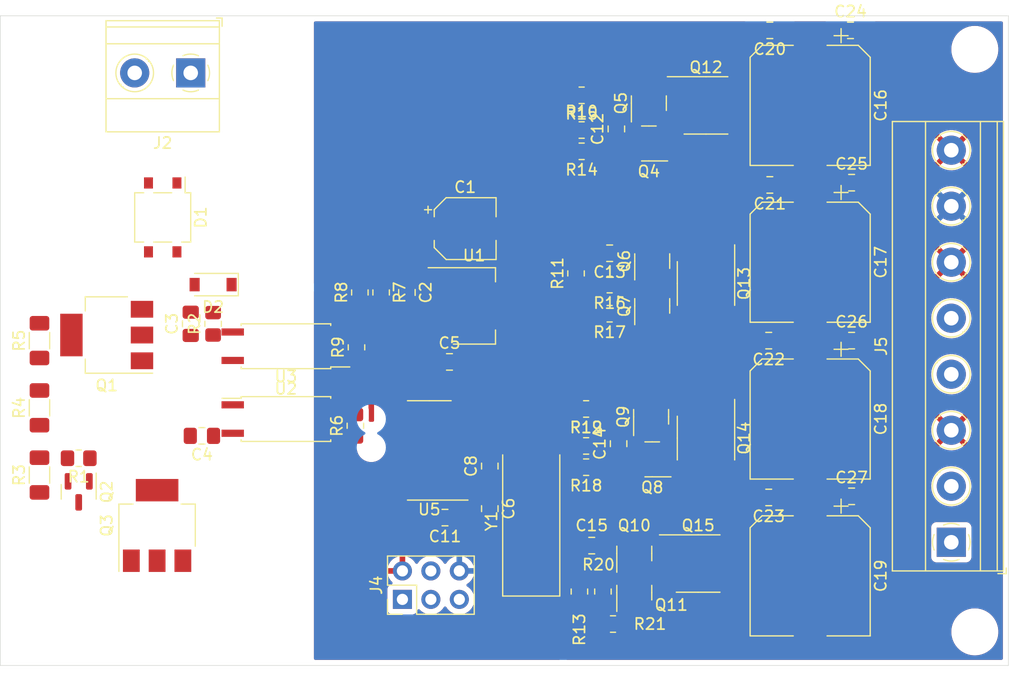
<source format=kicad_pcb>
(kicad_pcb (version 20211014) (generator pcbnew)

  (general
    (thickness 1.6)
  )

  (paper "A4")
  (layers
    (0 "F.Cu" signal)
    (31 "B.Cu" signal)
    (32 "B.Adhes" user "B.Adhesive")
    (33 "F.Adhes" user "F.Adhesive")
    (34 "B.Paste" user)
    (35 "F.Paste" user)
    (36 "B.SilkS" user "B.Silkscreen")
    (37 "F.SilkS" user "F.Silkscreen")
    (38 "B.Mask" user)
    (39 "F.Mask" user)
    (40 "Dwgs.User" user "User.Drawings")
    (41 "Cmts.User" user "User.Comments")
    (42 "Eco1.User" user "User.Eco1")
    (43 "Eco2.User" user "User.Eco2")
    (44 "Edge.Cuts" user)
    (45 "Margin" user)
    (46 "B.CrtYd" user "B.Courtyard")
    (47 "F.CrtYd" user "F.Courtyard")
    (48 "B.Fab" user)
    (49 "F.Fab" user)
  )

  (setup
    (pad_to_mask_clearance 0)
    (pcbplotparams
      (layerselection 0x00010fc_ffffffff)
      (disableapertmacros false)
      (usegerberextensions false)
      (usegerberattributes true)
      (usegerberadvancedattributes true)
      (creategerberjobfile true)
      (svguseinch false)
      (svgprecision 6)
      (excludeedgelayer true)
      (plotframeref false)
      (viasonmask false)
      (mode 1)
      (useauxorigin false)
      (hpglpennumber 1)
      (hpglpenspeed 20)
      (hpglpendiameter 15.000000)
      (dxfpolygonmode true)
      (dxfimperialunits true)
      (dxfusepcbnewfont true)
      (psnegative false)
      (psa4output false)
      (plotreference true)
      (plotvalue true)
      (plotinvisibletext false)
      (sketchpadsonfab false)
      (subtractmaskfromsilk false)
      (outputformat 1)
      (mirror false)
      (drillshape 1)
      (scaleselection 1)
      (outputdirectory "")
    )
  )

  (net 0 "")
  (net 1 "GND")
  (net 2 "+24V")
  (net 3 "+5V")
  (net 4 "/~{RESET}")
  (net 5 "Net-(Q2-Pad3)")
  (net 6 "Net-(D1-Pad1)")
  (net 7 "Net-(Q2-Pad1)")
  (net 8 "Net-(Q12-Pad4)")
  (net 9 "Net-(Q13-Pad4)")
  (net 10 "Net-(Q14-Pad4)")
  (net 11 "Net-(Q10-Pad2)")
  (net 12 "Net-(C4-Pad1)")
  (net 13 "/RXD")
  (net 14 "Net-(R9-Pad2)")
  (net 15 "Net-(C3-Pad1)")
  (net 16 "/LED_C")
  (net 17 "/LED_A")
  (net 18 "/LED_B")
  (net 19 "/VIN_SENSE")
  (net 20 "/LED_D")
  (net 21 "/TXD")
  (net 22 "Net-(D1-Pad2)")
  (net 23 "-VSW")
  (net 24 "+VSW")
  (net 25 "Net-(Q4-Pad1)")
  (net 26 "Net-(Q5-Pad1)")
  (net 27 "Net-(Q6-Pad1)")
  (net 28 "Net-(Q7-Pad1)")
  (net 29 "Net-(Q8-Pad1)")
  (net 30 "Net-(Q9-Pad1)")
  (net 31 "Net-(Q10-Pad1)")
  (net 32 "Net-(Q11-Pad1)")
  (net 33 "Net-(R3-Pad2)")
  (net 34 "Net-(R4-Pad2)")
  (net 35 "Net-(Q3-Pad2)")
  (net 36 "/RAIL_D")
  (net 37 "/RAIL_C")
  (net 38 "/RAIL_B")
  (net 39 "/RAIL_A")
  (net 40 "Net-(C8-Pad1)")
  (net 41 "Net-(C6-Pad1)")
  (net 42 "/SCK")
  (net 43 "/DALI_SENSE")

  (footprint "Capacitor_SMD:C_0805_2012Metric_Pad1.18x1.45mm_HandSolder" (layer "F.Cu") (at 151.3 68.2 -90))

  (footprint "Capacitor_SMD:C_0805_2012Metric_Pad1.18x1.45mm_HandSolder" (layer "F.Cu") (at 155.1 74.4))

  (footprint "Package_SO:SOIC-8_3.9x4.9mm_P1.27mm" (layer "F.Cu") (at 178 51.5))

  (footprint "Package_SO:SOIC-8_3.9x4.9mm_P1.27mm" (layer "F.Cu") (at 178 67.4 -90))

  (footprint "Package_SO:SOIC-8_3.9x4.9mm_P1.27mm" (layer "F.Cu") (at 178 81.2 -90))

  (footprint "Package_SO:SOIC-8_3.9x4.9mm_P1.27mm" (layer "F.Cu") (at 177.3 92.4))

  (footprint "Package_TO_SOT_SMD:SOT-223-3_TabPin2" (layer "F.Cu") (at 157.3 69.4))

  (footprint "Capacitor_SMD:CP_Elec_5x5.3" (layer "F.Cu") (at 156.5 62.5))

  (footprint "Capacitor_SMD:C_0805_2012Metric_Pad1.18x1.45mm_HandSolder" (layer "F.Cu") (at 132 71 90))

  (footprint "Capacitor_SMD:C_0805_2012Metric_Pad1.18x1.45mm_HandSolder" (layer "F.Cu") (at 133 81 180))

  (footprint "Capacitor_SMD:C_0805_2012Metric_Pad1.18x1.45mm_HandSolder" (layer "F.Cu") (at 170 53.6 90))

  (footprint "Capacitor_SMD:C_0805_2012Metric_Pad1.18x1.45mm_HandSolder" (layer "F.Cu") (at 170.2 81.7 90))

  (footprint "Capacitor_SMD:C_0805_2012Metric_Pad1.18x1.45mm_HandSolder" (layer "F.Cu") (at 167.8 90.8 180))

  (footprint "Capacitor_SMD:CP_Elec_10x10.5" (layer "F.Cu") (at 187.3 65.5 -90))

  (footprint "Capacitor_SMD:CP_Elec_10x10.5" (layer "F.Cu") (at 187.3 79.5 -90))

  (footprint "Capacitor_SMD:CP_Elec_10x10.5" (layer "F.Cu") (at 187.3 93.5 -90))

  (footprint "Package_TO_SOT_SMD:SOT-23" (layer "F.Cu") (at 172.9 54.9 180))

  (footprint "Package_TO_SOT_SMD:SOT-23" (layer "F.Cu") (at 172.9 51.3 90))

  (footprint "Package_TO_SOT_SMD:SOT-23" (layer "F.Cu") (at 173.2 69.4 90))

  (footprint "Package_TO_SOT_SMD:SOT-23" (layer "F.Cu") (at 173.2 83.1 180))

  (footprint "Package_TO_SOT_SMD:SOT-23" (layer "F.Cu") (at 173.1 79.3 90))

  (footprint "Package_TO_SOT_SMD:SOT-23" (layer "F.Cu") (at 171.6 95 90))

  (footprint "Resistor_SMD:R_0805_2012Metric_Pad1.20x1.40mm_HandSolder" (layer "F.Cu") (at 122 83 180))

  (footprint "Resistor_SMD:R_0805_2012Metric_Pad1.20x1.40mm_HandSolder" (layer "F.Cu") (at 134 71 90))

  (footprint "Resistor_SMD:R_1206_3216Metric_Pad1.30x1.75mm_HandSolder" (layer "F.Cu") (at 118.5 84.5 90))

  (footprint "Resistor_SMD:R_1206_3216Metric_Pad1.30x1.75mm_HandSolder" (layer "F.Cu") (at 118.5 78.5 90))

  (footprint "Resistor_SMD:R_1206_3216Metric_Pad1.30x1.75mm_HandSolder" (layer "F.Cu") (at 118.5 72.5 90))

  (footprint "Resistor_SMD:R_0805_2012Metric_Pad1.20x1.40mm_HandSolder" (layer "F.Cu") (at 146.7 80.1 90))

  (footprint "Resistor_SMD:R_0805_2012Metric_Pad1.20x1.40mm_HandSolder" (layer "F.Cu") (at 146.8 73.1 90))

  (footprint "Resistor_SMD:R_0805_2012Metric_Pad1.20x1.40mm_HandSolder" (layer "F.Cu") (at 166.9 53.7))

  (footprint "Resistor_SMD:R_0805_2012Metric_Pad1.20x1.40mm_HandSolder" (layer "F.Cu") (at 166.4 66.5 90))

  (footprint "Resistor_SMD:R_0805_2012Metric_Pad1.20x1.40mm_HandSolder" (layer "F.Cu") (at 167.3 81.9))

  (footprint "Resistor_SMD:R_0805_2012Metric_Pad1.20x1.40mm_HandSolder" (layer "F.Cu") (at 166.7 94.9 90))

  (footprint "Resistor_SMD:R_0805_2012Metric_Pad1.20x1.40mm_HandSolder" (layer "F.Cu") (at 166.9 55.6 180))

  (footprint "Resistor_SMD:R_0805_2012Metric_Pad1.20x1.40mm_HandSolder" (layer "F.Cu") (at 166.9 50.6 180))

  (footprint "Resistor_SMD:R_0805_2012Metric_Pad1.20x1.40mm_HandSolder" (layer "F.Cu") (at 169.4 67.5 180))

  (footprint "Resistor_SMD:R_0805_2012Metric_Pad1.20x1.40mm_HandSolder" (layer "F.Cu") (at 169.4 70.1 180))

  (footprint "Resistor_SMD:R_0805_2012Metric_Pad1.20x1.40mm_HandSolder" (layer "F.Cu") (at 167.3 83.8 180))

  (footprint "Resistor_SMD:R_0805_2012Metric_Pad1.20x1.40mm_HandSolder" (layer "F.Cu") (at 167.3 78.6 180))

  (footprint "Resistor_SMD:R_0805_2012Metric_Pad1.20x1.40mm_HandSolder" (layer "F.Cu") (at 168.8 94.9 -90))

  (footprint "Resistor_SMD:R_0805_2012Metric_Pad1.20x1.40mm_HandSolder" (layer "F.Cu") (at 169.7 97.8 180))

  (footprint "Capacitor_SMD:CP_Elec_10x10.5" (layer "F.Cu") (at 187.3 51.5 -90))

  (footprint "Diode_SMD:D_SOD-123" (layer "F.Cu") (at 134 67.5 180))

  (footprint "Package_TO_SOT_SMD:SOT-223-3_TabPin2" (layer "F.Cu") (at 124.5 72 180))

  (footprint "Package_TO_SOT_SMD:SOT-223-3_TabPin2" (layer "F.Cu") (at 129 89 90))

  (footprint "TerminalBlock_Phoenix:TerminalBlock_Phoenix_MKDS-1,5-2_1x02_P5.00mm_Horizontal" (layer "F.Cu") (at 132 48.6 180))

  (footprint "Package_TO_SOT_SMD:TO-269AA" (layer "F.Cu") (at 129.5 61.5 -90))

  (footprint "Package_TO_SOT_SMD:SOT-23" (layer "F.Cu") (at 122 86 -90))

  (footprint "Package_SO:SO-4_7.6x3.6mm_P2.54mm" (layer "F.Cu") (at 140.5 79.5))

  (footprint "Package_SO:SO-4_7.6x3.6mm_P2.54mm" (layer "F.Cu") (at 140.5 73 180))

  (footprint "MountingHole:MountingHole_3.2mm_M3_ISO14580" (layer "F.Cu") (at 118 46.5))

  (footprint "MountingHole:MountingHole_3.2mm_M3_ISO14580" (layer "F.Cu") (at 118 98.5))

  (footprint "MountingHole:MountingHole_3.2mm_M3_ISO14580" (layer "F.Cu") (at 202 46.5))

  (footprint "MountingHole:MountingHole_3.2mm_M3_ISO14580" (layer "F.Cu") (at 202 98.5))

  (footprint "TerminalBlock_Phoenix:TerminalBlock_Phoenix_MKDS-1,5-8_1x08_P5.00mm_Horizontal" (layer "F.Cu")
    (tedit 5B294EEA) (tstamp 00000000-0000-0000-0000-000061e99c1c)
    (at 199.9 90.5 90)
    (descr "Terminal Block Phoenix MKDS-1,5-8, 8 pins, pitch 5mm, size 40x9.8mm^2, drill diamater 1.3mm, pad diameter 2.6mm, see http://www.farnell.com/datasheets/100425.pdf, script-generated using https://github.com/pointhi/kicad-footprint-generator/scripts/TerminalBlock_Phoenix")
    (tags "THT Terminal Block Phoenix MKDS-1,5-8 pitch 5mm size 40x9.8mm^2 drill 1.3mm pad 2.6mm")
    (property "Sheetfile" "ledstrip.kicad_sch")
    (property "Sheetname" "")
    (path "/00000000-0000-0000-0000-00006234747f")
    (attr through_hole)
    (fp_text reference "J5" (at 17.5 -6.26 90) (layer "F.SilkS")
      (effects (font (size 1 1) (thickness 0.15)))
      (tstamp 41b6896b-7834-46a7-9e15-9ec773fe130e)
    )
    (fp_text value "POWER" (at 17.5 5.66 90) (layer "F.Fab")
      (effects (font (size 1 1) (thickness 0.15)))
      (tstamp 3fdb8b37-5c84-4678-b7aa-c5ca5643fe27)
    )
    (fp_text user "${REFERENCE}" (at 17.5 3.2 90) (layer "F.Fab")
      (effects (font (size 1 1) (thickness 0.15)))
      (tstamp c3931e38-18de-4218-86f5-56ae231a9af8)
    )
    (fp_line (start 36.275 -1.069) (end 36.228 -1.023) (layer "F.SilkS") (width 0.12) (tstamp 043a0517-8a79-4497-a532-01805cb5733b))
    (fp_line (start 11.07 -1.275) (end 11.035 -1.239) (layer "F.SilkS") (width 0.12) (tstamp 0dd48be1-6948-4a28-a6fd-99b3c83dcb6c))
    (fp_line (start 6.275 -1.069) (end 6.228 -1.023) (layer "F.SilkS") (width 0.12) (tstamp 1a48d06f-9c43-4af7-9175-fea79aa0f533))
    (fp_line (start -2.56 -5.261) (end -2.56 4.66) (layer "F.SilkS") (width 0.12) (tstamp 20a56dd1-eb7a-40e3-80a2-6c561c1cd896))
    (fp_line (start 3.773 1.023) (end 3.726 1.069) (layer "F.SilkS") (width 0.12) (tstamp 23276c1a-c27e-4c22-b957-65875d21a92e))
    (fp_line (start 16.07 -1.275) (end 16.035 -1.239) (layer "F.SilkS") (width 0.12) (tstamp 23822a49-b414-4ae4-beba-afe1b9950971))
    (fp_line (start 26.275 -1.069) (end 26.228 -1.023) (layer "F.SilkS") (width 0.12) (tstamp 31db6560-33f6-4d60-8fd5-e8ea682c3869))
    (fp_line (start 18.773 1.023) (end 18.726 1.069) (layer "F.SilkS") (width 0.12) (tstamp 3f6d7945-c69c-4ccc-8980-4b2f1e798c73))
    (fp_line (start 31.275 -1.069) (end 31.228 -1.023) (layer "F.SilkS") (width 0.12) (tstamp 3fdf4881-eb94-46c7-93cf-7eacae5ea289))
    (fp_line (start 23.966 1.239) (end 23.931 1.274) (layer "F.SilkS") (width 0.12) (tstamp 46a31dfc-2c08-4b5e-9aff-fa39681593ad))
    (fp_line (start 13.966 1.239) (end 13.931 1.274) (layer "F.SilkS") (width 0.12) (tstamp 4757a77d-983c-403e-8cbc-9a42805f0326))
    (fp_line (start 37.56 -5.261) (end 37.56 4.66) (layer "F.SilkS") (width 0.12) (tstamp 496f1d31-b7be-4c0b-a7c7-e5769f66b7db))
    (fp_line (start 28.773 1.023) (end 28.726 1.069) (layer "F.SilkS") (width 0.12) (tstamp 52bf5f1e-b0b0-45c5-a9cc-30fb48e7f10a))
    (fp_line (start 3.966 1.239) (end 3.931 1.274) (layer "F.SilkS") (width 0.12) (tstamp 55288e62-4920-4506-89f1-a3763bbc2547))
    (fp_line (start 11.275 -1.069) (end 11.228 -1.023) (layer "F.SilkS") (width 0.12) (tstamp 6204aaef-8698-4cb8-b209-0b6b8c7c5595))
    (fp_line (start 8.773 1.023) (end 8.726 1.069) (layer "F.SilkS") (width 0.12) (tstamp 642e3393-29de-4b80-bfb9-2df2e74e8752))
    (fp_line (start -2.56 4.1) (end 37.56 4.1) (layer "F.SilkS") (width 0.12) (tstamp 6c1a5e0a-e75b-406e-84f3-a24a1fb753a7))
    (fp_line (start 31.07 -1.275) (end 31.035 -1.239) (layer "F.SilkS") (width 0.12) (tstamp 6ece7f4a-3bf1-46c8-b2e1-484df139e82f))
    (fp_line (start 18.966 1.239) (end 18.931 1.274) (layer "F.SilkS") (width 0.12) (tstamp 71516f60-5d80-403f-a75b-006826140db9))
    (fp_line (start 26.07 -1.275) (end 26.035 -1.239) (layer "F.SilkS") (width 0.12) (tstamp 84455c85-54fb-4eaa-84cb-e5b72a679342))
    (fp_line (start 8.966 1.239) (end 8.931 1.274) (layer "F.SilkS") (width 0.12) (tstamp 96a59616-a677-45a0-826e-1244dd423a19))
    (fp_line (start -2.56 2.6) (end 37.56 2.6) (layer "F.SilkS") (width 0.12) (tstamp 972eb069-8d6d-41f6-83d3-1d7e45627208))
    (fp_line (start 16.275 -1.069) (end 16.228 -1.023) (layer "F.SilkS") (width 0.12) (tstamp 9ce7ce0c-35df-4a92-a03b-cfac6dcf0d1f))
    (fp_line (start 23.773 1.023) (end 23.726 1.069) (layer "F.SilkS") (width 0.12) (tstamp a15f3e1b-44e8-4fe9-bf83-372eabe63093))
    (fp_line (start 33.966 1.239) (end 33.931 1.274) (layer "F.SilkS") (width 0.12) (tstamp a16405e8-7c44-417b-9db2-be79cf49555f))
    (fp_line (start 21.275 -1.069) (end 21.228 -1.023) (layer "F.SilkS") (width 0.12) (tstamp a2576def-1714-4866-8be6-2318dc986e12))
    (fp_line (start 36.07 -1.275) (end 36.035 -1.239) (layer "F.SilkS") (width 0.12) (tstamp a461803c-43c6-4c10-8e17-87b05503cb93))
    (fp_line (start -2.8 4.9) (end -2.3 4.9) (layer "F.SilkS") (width 0.12) (tstamp a6447d60-0de7-4c82-9a64-72998c9f6d5c))
    (fp_line (start 33.773 1.023) (end 33.726 1.069) (layer "F.SilkS") (width 0.12) (tstamp adb892fd-139b-4f48-b1a4-da5c993161d9))
    (fp_line (start 6.07 -1.275) (end 6.035 -1.239) (layer "F.SilkS") (width 0.12) (tstamp bd2c534b-beda-467f-8331-0802d8a48e73))
    (fp_line (start 21.07 -1.275) (end 21.035 -1.239) (layer "F.SilkS") (width 0.12) (tstamp bd5903a6-0627-4aef-822f-7f450506b3b7))
    (fp_line (start 13.773 1.023) (end 13.726 1.069) (layer "F.SilkS") (width 0.12) (tstamp c2aa04b6-ec34-416c-ba27-d6c628fdb437))
    (fp_line (start -2.56 -5.261) (end 37.56 -5.261) (layer "F.SilkS") (width 0.12) (tstamp c39d7528-03e8-4379-9566-0b71a0064747))
    (fp_line (start -2.56 4.66) (end 37.56 4.66) (layer "F.SilkS") (width 0.12) (tstamp e6721ea2-e970-489b-a4dc-6e99881b45d8))
    (fp_line (start -2.56 -2.301) (end 37.56 -2.301) (layer "F.SilkS") (width 0.12) (tstamp e7d3f1c4-6e5e-41aa-b1e2-f28895627899))
    (fp_line (start 28.966 1.239) (end 28.931 1.274) (layer "F.SilkS") (width 0.12) (tstamp f03e599e-12f2-4f51-8778-32de40dea9fb))
    (fp_line (start -2.8 4.16) (end -2.8 4.9) (layer "F.SilkS") (width 0.12) (tstamp fc550816-831f-4d8d-bedc-4a8e00eba187))
    (fp_arc (start 0.683318 1.534756) (mid 0.349292 1.643288) (end 0 1.68) (layer "F.SilkS") (width 0.12) (tstamp 04ea8dea-80b1-4fbf-a7fc-3ee233b9d651))
    (fp_arc (start 0.028805 1.680253) (mid -0.335551 1.646659) (end -0.684 1.535) (layer "F.SilkS") (width 0.12) (tstamp 2880a023-d68b-41f0-ba16-cc57c42bf9ef))
    (fp_arc (start -1.535427 0.683042) (mid -1.680501 -0.000524) (end -1.535 -0.684) (layer "F.SilkS") (width 0.12) (tstamp 73b6e1bd-3b49-4cb0-b2ad-27a3a843e24c))
    (fp_arc (start 1.535427 -0.683042) (mid 1.680501 0.000524) (end 1.535 0.684) (layer "F.SilkS") (width 0.12) (tstamp 9197f1a1-aa9b-4ea8-b7bc-41061bde8efa))
    (fp_arc (start -0.683042 -1.535427) (mid 0.000524 -1.680501) (end 0.684 -1.535) (layer "F.SilkS") (width 0.12) (tstamp c0431d70-9fa4-4bcd-87ca-9fa51c036b61))
    (fp_circle (center 25 0) (end 26.68 0) (layer "F.SilkS") (width 0.12) (fill none) (tstamp 0d971e4f-e645-4252-a588-5614998d489d))
    (fp_circle (center 10 0) (end 11.68 0) (layer "F.SilkS") (width 0.12) (fill none) (tstamp 13c5a143-2777-4d83-a358-3f308477d9f1))
    (fp_circle (center 35 0) (end 36.68 0) (layer "F.SilkS") (width 0.12) (fill none) (tstamp 307ca7a2-9fd7-464d-9ce7-95d5c014cfbd))
    (fp_circle (center 20 0) (end 21.68 0) (layer "F.SilkS") (width 0.12) (fill none) (tstamp 354455c8-29e2-4104-b581-66639a5afe39))
    (fp_circle (center 15 0) (end 16.68 0) (layer "F.SilkS") (width 0.12) (fill none) (tstamp 65ea6df8-86f1-4172-9aa3-cef8b72e7834))
    (fp_circle (center 30 0) (end 31.68 0) (layer "F.SilkS") (width 0.12) (fill none) (tstamp 9b6f5a1f-c286-4ecc-8e06-a4e3fb6a391c))
    (fp_circle (center 5 0) (end 6.68 0) (layer "F.SilkS") (width 0.12) (fill none) (tstamp a98a12d4-7c68-4def-ac9e-db0ef3f0591b))
    (fp_line (start -3 5.1) (end 38 5.1) (layer "F.CrtYd") (width 0.05) (tstamp 118f77f5-452f-4845-8874-0796f1908a63))
    (fp_line (start 38 -5.71) (end -3 -5.71) (layer "F.CrtYd") (width 0.05) (tstamp 6e7f9654-bf92-4327-9306-e5217b079c13))
    (fp_line (start 38 5.1) (end 38 -5.71) (layer "F.CrtYd") (width 0.05) (tstamp 7312d6c1-286a-4148-a5c3-52b226791586))
    (fp_line (start -3 -5.71) (end -3 5.1) (layer "F.CrtYd") (width 0.05) (tstamp 803f13fd-5744-49f8-8b4d-6b3c1a13af63))
    (fp_line (start 1.138 -0.955) (end -0.955 1.138) (layer "F.Fab") (width 0.1) (tstamp 05ec69f9-c4dc-483a-8ac0-f638733c4318))
    (fp_line (start 37.5 4.6) (end -2 4.6) (layer "F.Fab") (width 0.1) (tstamp 0713e104-c2ab-4490-8912-134dab856412))
    (fp_line (start 20.955 -1.138) (end 18.863 0.955) (layer "F.Fab") (width 0.1) (tstamp 092aff39-f134-4a95-a608-d8a02d2a1dac))
    (fp_line (start 15.955 -1.138) (end 13.863 0.955) (layer "F.Fab") (width 0.1) (tstamp 1b533a95-7c8b-40c3-82d1-ca953843445b))
    (fp_line (start -2.5 4.1) (end -2.
... [371335 chars truncated]
</source>
